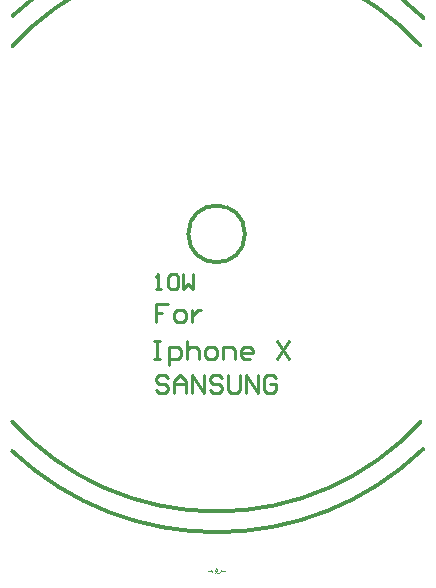
<source format=gbo>
%FSLAX25Y25*%
%MOIN*%
G70*
G01*
G75*
G04 Layer_Color=32896*
%ADD10C,0.01181*%
%ADD11C,0.00787*%
%ADD12C,0.01969*%
%ADD13C,0.03937*%
%ADD14R,0.03937X0.02756*%
%ADD15R,0.03150X0.05118*%
%ADD16R,0.02362X0.01969*%
%ADD17R,0.01969X0.02362*%
%ADD18R,0.04921X0.02756*%
%ADD19R,0.06693X0.03543*%
%ADD20R,0.06299X0.04921*%
%ADD21R,0.01181X0.03347*%
%ADD22R,0.02362X0.03347*%
%ADD23R,0.01969X0.01575*%
%ADD24R,0.02362X0.05512*%
%ADD25R,0.03150X0.07874*%
%ADD26R,0.02362X0.07874*%
%ADD27O,0.07480X0.12992*%
%ADD28R,0.01575X0.04724*%
%ADD29R,0.03543X0.03937*%
%ADD30O,0.05906X0.07874*%
%ADD31R,0.05906X0.07874*%
%ADD32R,0.04331X0.03937*%
%ADD33R,0.01575X0.06693*%
%ADD34R,0.02756X0.04921*%
%ADD35R,0.03543X0.02362*%
%ADD36O,0.02362X0.07874*%
%ADD37O,0.02362X0.05512*%
%ADD38R,0.05118X0.03150*%
%ADD39R,0.03937X0.02756*%
%ADD40R,0.02362X0.03937*%
%ADD41R,0.01969X0.03937*%
%ADD42O,0.05512X0.02362*%
%ADD43O,0.07874X0.09843*%
%ADD44O,0.09843X0.07874*%
%ADD45C,0.03150*%
%ADD46C,0.07874*%
%ADD47C,0.10000*%
%ADD48C,0.05906*%
%ADD49R,0.15300X0.31300*%
%ADD50R,0.33921X0.10400*%
%ADD51R,0.02874X0.02068*%
%ADD52R,0.11321X0.16200*%
%ADD53R,0.02719X0.08050*%
%ADD54R,0.06858X0.03154*%
%ADD55R,0.16400X0.14144*%
%ADD56R,0.09300X0.06156*%
%ADD57C,0.02559*%
G04:AMPARAMS|DCode=58|XSize=39.37mil|YSize=82.68mil|CornerRadius=17.72mil|HoleSize=0mil|Usage=FLASHONLY|Rotation=180.000|XOffset=0mil|YOffset=0mil|HoleType=Round|Shape=RoundedRectangle|*
%AMROUNDEDRECTD58*
21,1,0.03937,0.04724,0,0,180.0*
21,1,0.00394,0.08268,0,0,180.0*
1,1,0.03543,-0.00197,0.02362*
1,1,0.03543,0.00197,0.02362*
1,1,0.03543,0.00197,-0.02362*
1,1,0.03543,-0.00197,-0.02362*
%
%ADD58ROUNDEDRECTD58*%
G04:AMPARAMS|DCode=59|XSize=39.37mil|YSize=62.99mil|CornerRadius=17.72mil|HoleSize=0mil|Usage=FLASHONLY|Rotation=180.000|XOffset=0mil|YOffset=0mil|HoleType=Round|Shape=RoundedRectangle|*
%AMROUNDEDRECTD59*
21,1,0.03937,0.02756,0,0,180.0*
21,1,0.00394,0.06299,0,0,180.0*
1,1,0.03543,-0.00197,0.01378*
1,1,0.03543,0.00197,0.01378*
1,1,0.03543,0.00197,-0.01378*
1,1,0.03543,-0.00197,-0.01378*
%
%ADD59ROUNDEDRECTD59*%
%ADD60C,0.11811*%
%ADD61C,0.02362*%
%ADD62C,0.11811*%
%ADD63R,0.65400X0.19300*%
%ADD64R,0.65700X0.19200*%
%ADD65R,0.23000X0.09900*%
%ADD66R,0.11700X0.10615*%
%ADD67C,0.00197*%
%ADD68C,0.00394*%
%ADD69C,0.01000*%
%ADD70C,0.00984*%
%ADD71C,0.02362*%
%ADD72C,0.00500*%
%ADD73C,0.00800*%
%ADD74C,0.00591*%
%ADD75C,0.00400*%
%ADD76C,0.09843*%
%ADD77R,0.04331X0.03150*%
%ADD78R,0.03950X0.05918*%
%ADD79R,0.03162X0.02769*%
%ADD80R,0.02769X0.03162*%
%ADD81R,0.05721X0.03556*%
%ADD82R,0.07493X0.04343*%
%ADD83R,0.07099X0.05721*%
%ADD84R,0.01981X0.04147*%
%ADD85R,0.03162X0.04147*%
%ADD86R,0.02769X0.02375*%
%ADD87R,0.03162X0.06312*%
%ADD88R,0.03950X0.08674*%
%ADD89R,0.03162X0.08674*%
%ADD90O,0.08280X0.13792*%
%ADD91R,0.02375X0.05524*%
%ADD92R,0.04343X0.04737*%
%ADD93O,0.06706X0.08674*%
%ADD94R,0.06706X0.08674*%
%ADD95R,0.05131X0.04737*%
%ADD96R,0.02375X0.07493*%
%ADD97R,0.03556X0.05721*%
%ADD98R,0.04343X0.03162*%
%ADD99O,0.03162X0.08674*%
%ADD100O,0.03162X0.06312*%
%ADD101R,0.05918X0.03950*%
%ADD102R,0.04737X0.03556*%
%ADD103R,0.03162X0.04737*%
%ADD104R,0.02769X0.04737*%
%ADD105O,0.06312X0.03162*%
%ADD106O,0.08674X0.10642*%
%ADD107O,0.10642X0.08674*%
%ADD108C,0.03359*%
G04:AMPARAMS|DCode=109|XSize=47.37mil|YSize=90.68mil|CornerRadius=21.72mil|HoleSize=0mil|Usage=FLASHONLY|Rotation=180.000|XOffset=0mil|YOffset=0mil|HoleType=Round|Shape=RoundedRectangle|*
%AMROUNDEDRECTD109*
21,1,0.04737,0.04724,0,0,180.0*
21,1,0.00394,0.09068,0,0,180.0*
1,1,0.04343,-0.00197,0.02362*
1,1,0.04343,0.00197,0.02362*
1,1,0.04343,0.00197,-0.02362*
1,1,0.04343,-0.00197,-0.02362*
%
%ADD109ROUNDEDRECTD109*%
G04:AMPARAMS|DCode=110|XSize=47.37mil|YSize=70.99mil|CornerRadius=21.72mil|HoleSize=0mil|Usage=FLASHONLY|Rotation=180.000|XOffset=0mil|YOffset=0mil|HoleType=Round|Shape=RoundedRectangle|*
%AMROUNDEDRECTD110*
21,1,0.04737,0.02756,0,0,180.0*
21,1,0.00394,0.07099,0,0,180.0*
1,1,0.04343,-0.00197,0.01378*
1,1,0.04343,0.00197,0.01378*
1,1,0.04343,0.00197,-0.01378*
1,1,0.04343,-0.00197,-0.01378*
%
%ADD110ROUNDEDRECTD110*%
%ADD111C,0.12611*%
%ADD112C,0.03162*%
%ADD113R,0.10982X0.13159*%
%ADD114R,0.17890X0.17757*%
D10*
X-68151Y-62773D02*
G03*
X68045Y-62888I68151J62573D01*
G01*
X69000Y71800D02*
G03*
X-67966Y72516I-68859J-71698D01*
G01*
X9449Y-200D02*
G03*
X9449Y-200I-9449J0D01*
G01*
X67964Y62576D02*
G03*
X-68034Y62500I-67964J-62776D01*
G01*
X-68106Y-72614D02*
G03*
X68859Y-71898I68106J72414D01*
G01*
D68*
X0Y-111617D02*
G03*
X1657Y-112407I653J-764D01*
G01*
X-1635Y-112408D02*
G03*
X21Y-111592I1004J51D01*
G01*
X1657Y-112407D02*
X2756D01*
X-2733Y-112408D02*
X-1635D01*
D69*
X-16299Y-23621D02*
X-20298D01*
Y-26620D01*
X-18298D01*
X-20298D01*
Y-29619D01*
X-13300D02*
X-11301D01*
X-10301Y-28620D01*
Y-26620D01*
X-11301Y-25620D01*
X-13300D01*
X-14300Y-26620D01*
Y-28620D01*
X-13300Y-29619D01*
X-8302Y-25620D02*
Y-29619D01*
Y-27620D01*
X-7302Y-26620D01*
X-6302Y-25620D01*
X-5303D01*
X-21000Y-35802D02*
X-19001D01*
X-20000D01*
Y-41800D01*
X-21000D01*
X-19001D01*
X-16002Y-43799D02*
Y-37801D01*
X-13003D01*
X-12003Y-38801D01*
Y-40800D01*
X-13003Y-41800D01*
X-16002D01*
X-10004Y-35802D02*
Y-41800D01*
Y-38801D01*
X-9004Y-37801D01*
X-7005D01*
X-6005Y-38801D01*
Y-41800D01*
X-3006D02*
X-1006D01*
X-7Y-40800D01*
Y-38801D01*
X-1006Y-37801D01*
X-3006D01*
X-4005Y-38801D01*
Y-40800D01*
X-3006Y-41800D01*
X1993D02*
Y-37801D01*
X4992D01*
X5991Y-38801D01*
Y-41800D01*
X10990D02*
X8990D01*
X7991Y-40800D01*
Y-38801D01*
X8990Y-37801D01*
X10990D01*
X11989Y-38801D01*
Y-39801D01*
X7991D01*
X19987Y-35802D02*
X23986Y-41800D01*
Y-35802D02*
X19987Y-41800D01*
X-16299Y-48202D02*
X-17299Y-47202D01*
X-19298D01*
X-20298Y-48202D01*
Y-49201D01*
X-19298Y-50201D01*
X-17299D01*
X-16299Y-51201D01*
Y-52200D01*
X-17299Y-53200D01*
X-19298D01*
X-20298Y-52200D01*
X-14300Y-53200D02*
Y-49201D01*
X-12300Y-47202D01*
X-10301Y-49201D01*
Y-53200D01*
Y-50201D01*
X-14300D01*
X-8302Y-53200D02*
Y-47202D01*
X-4303Y-53200D01*
Y-47202D01*
X1695Y-48202D02*
X695Y-47202D01*
X-1304D01*
X-2304Y-48202D01*
Y-49201D01*
X-1304Y-50201D01*
X695D01*
X1695Y-51201D01*
Y-52200D01*
X695Y-53200D01*
X-1304D01*
X-2304Y-52200D01*
X3694Y-47202D02*
Y-52200D01*
X4694Y-53200D01*
X6693D01*
X7693Y-52200D01*
Y-47202D01*
X9692Y-53200D02*
Y-47202D01*
X13691Y-53200D01*
Y-47202D01*
X19689Y-48202D02*
X18690Y-47202D01*
X16690D01*
X15690Y-48202D01*
Y-52200D01*
X16690Y-53200D01*
X18690D01*
X19689Y-52200D01*
Y-50201D01*
X17690D01*
X-20276Y-18700D02*
X-18609D01*
X-19443D01*
Y-13702D01*
X-20276Y-14535D01*
X-16110D02*
X-15277Y-13702D01*
X-13611D01*
X-12778Y-14535D01*
Y-17867D01*
X-13611Y-18700D01*
X-15277D01*
X-16110Y-17867D01*
Y-14535D01*
X-11112Y-13702D02*
Y-18700D01*
X-9446Y-17034D01*
X-7780Y-18700D01*
Y-13702D01*
M02*

</source>
